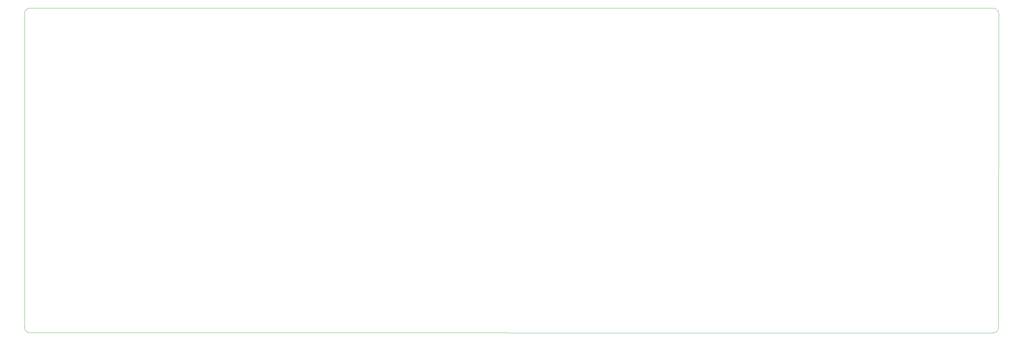
<source format=gbr>
G04 #@! TF.GenerationSoftware,KiCad,Pcbnew,8.0.7*
G04 #@! TF.CreationDate,2024-12-21T12:11:45-05:00*
G04 #@! TF.ProjectId,PCB-Sch,5043422d-5363-4682-9e6b-696361645f70,rev?*
G04 #@! TF.SameCoordinates,Original*
G04 #@! TF.FileFunction,Profile,NP*
%FSLAX46Y46*%
G04 Gerber Fmt 4.6, Leading zero omitted, Abs format (unit mm)*
G04 Created by KiCad (PCBNEW 8.0.7) date 2024-12-21 12:11:45*
%MOMM*%
%LPD*%
G01*
G04 APERTURE LIST*
G04 #@! TA.AperFunction,Profile*
%ADD10C,0.050000*%
G04 #@! TD*
G04 APERTURE END LIST*
D10*
X347740000Y-63652500D02*
G75*
G02*
X349327500Y-65240000I0J-1587500D01*
G01*
X347740000Y-63652500D02*
X65160000Y-63642500D01*
X65160000Y-158887500D02*
G75*
G02*
X63572500Y-157300000I0J1587500D01*
G01*
X63572500Y-157300000D02*
X63572500Y-65230000D01*
X349327500Y-65240000D02*
X349287500Y-157320000D01*
X347700000Y-158907500D02*
X65160000Y-158887500D01*
X63572500Y-65230000D02*
G75*
G02*
X65160000Y-63642500I1587500J0D01*
G01*
X349287500Y-157320000D02*
G75*
G02*
X347700000Y-158907500I-1587500J0D01*
G01*
M02*

</source>
